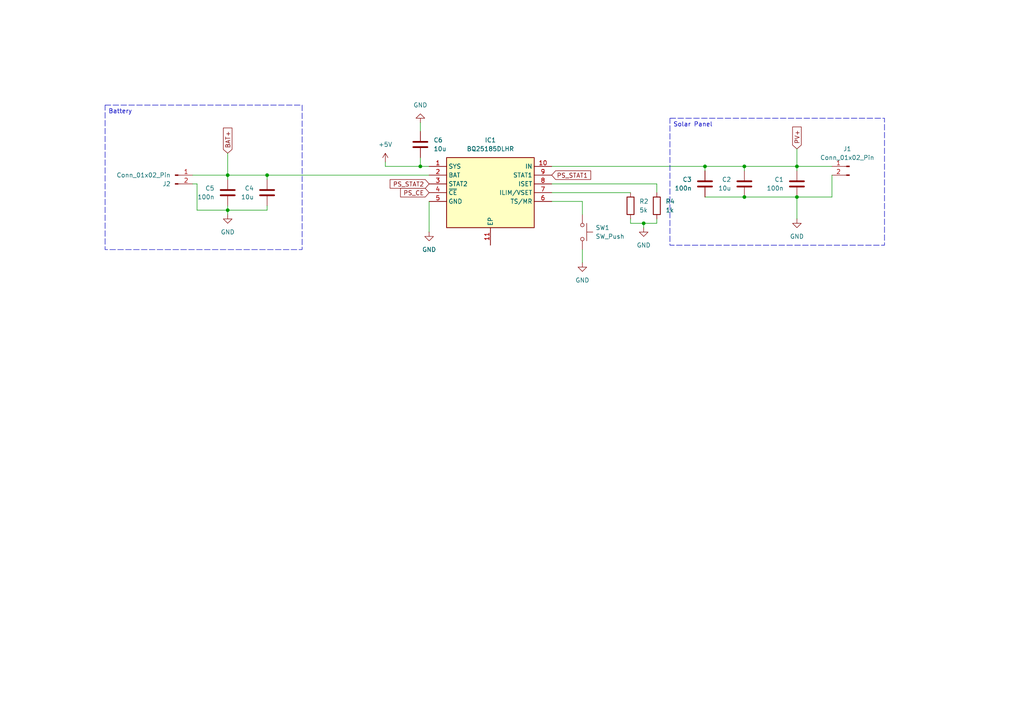
<source format=kicad_sch>
(kicad_sch (version 20231120) (generator "eeschema") (generator_version "8.0")
  (paper "A4")
  (lib_symbols
    (symbol "BQ25185DLHR:BQ25185DLHR"
      (property "Reference" "IC" (at 31.75 7.62 0))
      (property "Value" "BQ25185DLHR" (at 31.75 5.08 0))
      (symbol "BQ25185DLHR_1_1"
        (rectangle (start 5.08 2.54) (end 30.48 -17.78) (stroke (width 0.254)) (fill (type background)))
        (pin passive line (at 0 0 0) (length 5.08) (name "SYS") (number "1"))
        (pin passive line (at 35.56 0 180) (length 5.08) (name "IN") (number "10"))
        (pin passive line (at 17.78 -22.86 90) (length 5.08) (name "EP") (number "11"))
        (pin passive line (at 0 -2.54 0) (length 5.08) (name "BAT") (number "2"))
        (pin passive line (at 0 -5.08 0) (length 5.08) (name "STAT2") (number "3"))
        (pin passive line (at 0 -7.62 0) (length 5.08) (name "~{CE}") (number "4"))
        (pin passive line (at 0 -10.16 0) (length 5.08) (name "GND") (number "5"))
        (pin passive line (at 35.56 -10.16 180) (length 5.08) (name "TS/MR") (number "6"))
        (pin passive line (at 35.56 -7.62 180) (length 5.08) (name "ILIM/VSET") (number "7"))
        (pin passive line (at 35.56 -5.08 180) (length 5.08) (name "ISET") (number "8"))
        (pin passive line (at 35.56 -2.54 180) (length 5.08) (name "STAT1") (number "9"))
      )
    )
    (symbol "Connector:Conn_01x02_Pin" (pin_names (offset 1.016) hide)
      (property "Reference" "J" (at 0 2.54 0))
      (property "Value" "Conn_01x02_Pin" (at 0 -5.08 0))
      (symbol "Conn_01x02_Pin_1_1"
        (polyline (pts (xy 1.27 -2.54) (xy 0.8636 -2.54)) (stroke (width 0.1524)))
        (polyline (pts (xy 1.27 0) (xy 0.8636 0)) (stroke (width 0.1524)))
        (rectangle (start 0.8636 -2.413) (end 0 -2.667) (stroke (width 0.1524)) (fill (type outline)))
        (rectangle (start 0.8636 0.127) (end 0 -0.127) (stroke (width 0.1524)) (fill (type outline)))
        (pin passive line (at 5.08 0 180) (length 3.81) (name "Pin_1") (number "1"))
        (pin passive line (at 5.08 -2.54 180) (length 3.81) (name "Pin_2") (number "2"))
      )
    )
    (symbol "Device:C" (pin_numbers hide) (pin_names (offset 0.254))
      (property "Reference" "C" (at 0.635 2.54 0))
      (property "Value" "C" (at 0.635 -2.54 0))
      (symbol "C_0_1"
        (polyline (pts (xy -2.032 -0.762) (xy 2.032 -0.762)) (stroke (width 0.508)))
        (polyline (pts (xy -2.032 0.762) (xy 2.032 0.762)) (stroke (width 0.508)))
      )
      (symbol "C_1_1"
        (pin passive line (at 0 3.81 270) (length 2.794) (name "~") (number "1"))
        (pin passive line (at 0 -3.81 90) (length 2.794) (name "~") (number "2"))
      )
    )
    (symbol "Device:R" (pin_numbers hide) (pin_names (offset 0))
      (property "Reference" "R" (at 2.032 0 90))
      (property "Value" "R" (at 0 0 90))
      (symbol "R_0_1"
        (rectangle (start -1.016 -2.54) (end 1.016 2.54) (stroke (width 0.254)))
      )
      (symbol "R_1_1"
        (pin passive line (at 0 3.81 270) (length 1.27) (name "~") (number "1"))
        (pin passive line (at 0 -3.81 90) (length 1.27) (name "~") (number "2"))
      )
    )
    (symbol "Switch:SW_Push" (pin_numbers hide) (pin_names (offset 1.016) hide)
      (property "Reference" "SW" (at 1.27 2.54 0))
      (property "Value" "SW_Push" (at 0 -1.524 0))
      (symbol "SW_Push_0_1"
        (circle (center -2.032 0) (radius 0.508))
        (polyline (pts (xy 0 1.27) (xy 0 3.048)))
        (polyline (pts (xy 2.54 1.27) (xy -2.54 1.27)))
        (circle (center 2.032 0) (radius 0.508))
        (pin passive line (at -5.08 0 0) (length 2.54) (name "1") (number "1"))
        (pin passive line (at 5.08 0 180) (length 2.54) (name "2") (number "2"))
      )
    )
    (symbol "power:+5V" (power) (pin_numbers hide) (pin_names (offset 0) hide)
      (property "Value" "+5V" (at 0 3.556 0))
      (symbol "+5V_0_1"
        (polyline (pts (xy -0.762 1.27) (xy 0 2.54)))
        (polyline (pts (xy 0 0) (xy 0 2.54)))
        (polyline (pts (xy 0 2.54) (xy 0.762 1.27)))
      )
      (symbol "+5V_1_1"
        (pin power_in line (at 0 0 90) (length 0) (name "~") (number "1"))
      )
    )
    (symbol "power:GND" (power) (pin_numbers hide) (pin_names (offset 0) hide)
      (property "Value" "GND" (at 0 -3.81 0))
      (symbol "GND_0_1"
        (polyline (pts (xy 0 0) (xy 0 -1.27) (xy 1.27 -1.27) (xy 0 -2.54) (xy -1.27 -1.27) (xy 0 -1.27)))
      )
      (symbol "GND_1_1"
        (pin power_in line (at 0 0 270) (length 0) (name "~") (number "1"))
      )
    )
  )
  (junction (at 231.14 48.26))
  (junction (at 215.9 57.15))
  (junction (at 186.69 64.77))
  (junction (at 77.47 50.8))
  (junction (at 231.14 57.15))
  (junction (at 121.92 48.26))
  (junction (at 66.04 50.8))
  (junction (at 215.9 48.26))
  (junction (at 204.47 48.26))
  (junction (at 66.04 60.96))
  (wire (pts (xy 231.14 43.18) (xy 231.14 48.26)))
  (wire (pts (xy 168.91 58.42) (xy 160.02 58.42)))
  (wire (pts (xy 77.47 52.07) (xy 77.47 50.8)))
  (wire (pts (xy 160.02 53.34) (xy 190.5 53.34)))
  (wire (pts (xy 57.15 53.34) (xy 55.88 53.34)))
  (wire (pts (xy 182.88 63.5) (xy 182.88 64.77)))
  (wire (pts (xy 124.46 50.8) (xy 77.47 50.8)))
  (wire (pts (xy 190.5 53.34) (xy 190.5 55.88)))
  (wire (pts (xy 241.3 57.15) (xy 231.14 57.15)))
  (wire (pts (xy 66.04 52.07) (xy 66.04 50.8)))
  (wire (pts (xy 66.04 50.8) (xy 55.88 50.8)))
  (wire (pts (xy 160.02 55.88) (xy 182.88 55.88)))
  (wire (pts (xy 215.9 57.15) (xy 204.47 57.15)))
  (wire (pts (xy 182.88 64.77) (xy 186.69 64.77)))
  (wire (pts (xy 66.04 60.96) (xy 66.04 59.69)))
  (wire (pts (xy 160.02 48.26) (xy 204.47 48.26)))
  (wire (pts (xy 190.5 63.5) (xy 190.5 64.77)))
  (wire (pts (xy 66.04 44.45) (xy 66.04 50.8)))
  (wire (pts (xy 124.46 48.26) (xy 121.92 48.26)))
  (wire (pts (xy 241.3 48.26) (xy 231.14 48.26)))
  (wire (pts (xy 215.9 48.26) (xy 215.9 49.53)))
  (wire (pts (xy 186.69 64.77) (xy 186.69 66.04)))
  (wire (pts (xy 57.15 53.34) (xy 57.15 60.96)))
  (wire (pts (xy 111.76 48.26) (xy 111.76 46.99)))
  (wire (pts (xy 121.92 35.56) (xy 121.92 38.1)))
  (wire (pts (xy 231.14 57.15) (xy 231.14 63.5)))
  (wire (pts (xy 66.04 60.96) (xy 66.04 62.23)))
  (wire (pts (xy 231.14 57.15) (xy 215.9 57.15)))
  (wire (pts (xy 231.14 48.26) (xy 231.14 49.53)))
  (wire (pts (xy 77.47 50.8) (xy 66.04 50.8)))
  (wire (pts (xy 215.9 48.26) (xy 231.14 48.26)))
  (wire (pts (xy 121.92 45.72) (xy 121.92 48.26)))
  (wire (pts (xy 204.47 48.26) (xy 215.9 48.26)))
  (wire (pts (xy 168.91 62.23) (xy 168.91 58.42)))
  (wire (pts (xy 186.69 64.77) (xy 190.5 64.77)))
  (wire (pts (xy 124.46 58.42) (xy 124.46 67.31)))
  (wire (pts (xy 77.47 60.96) (xy 66.04 60.96)))
  (wire (pts (xy 77.47 60.96) (xy 77.47 59.69)))
  (wire (pts (xy 204.47 48.26) (xy 204.47 49.53)))
  (wire (pts (xy 66.04 60.96) (xy 57.15 60.96)))
  (wire (pts (xy 111.76 48.26) (xy 121.92 48.26)))
  (wire (pts (xy 168.91 72.39) (xy 168.91 76.2)))
  (wire (pts (xy 241.3 50.8) (xy 241.3 57.15)))
  (text_box "Solar Panel" (at 194.31 34.29 0) (size 62.23 36.83) (stroke (width 0) (type dash)) (effects (font (size 1.27 1.27)) (justify left top)))
  (text_box "Battery" (at 30.48 30.48 0) (size 57.15 41.91) (stroke (width 0) (type dash)) (effects (font (size 1.27 1.27)) (justify left top)))
  (global_label "PS_STAT1" (shape input) (at 160.02 50.8 0) (property "Intersheetrefs" "${INTERSHEET_REFS}" (effects (hide yes))))
  (global_label "PS_STAT2" (shape input) (at 124.46 53.34 180) (property "Intersheetrefs" "${INTERSHEET_REFS}" (effects (hide yes))))
  (global_label "PS_CE" (shape input) (at 124.46 55.88 180) (property "Intersheetrefs" "${INTERSHEET_REFS}" (effects (hide yes))))
  (global_label "BAT+" (shape input) (at 66.04 44.45 90) (property "Intersheetrefs" "${INTERSHEET_REFS}" (effects (hide yes))))
  (global_label "PV+" (shape input) (at 231.14 43.18 90) (property "Intersheetrefs" "${INTERSHEET_REFS}" (effects (hide yes))))
  (symbol (lib_id "Device:C") (at 66.04 55.88 0) (mirror y) (unit 1)
    (property "Reference" "C5" (at 62.23 54.6099 0) (effects (justify left)))
    (property "Value" "100n" (at 62.23 57.1499 0) (effects (justify left)))
    (property "Footprint" "Capacitor_SMD:C_0805_2012Metric" (effects (hide yes)))
    (property "Description" "Unpolarized capacitor" (effects (hide yes)))
  )
  (symbol (lib_id "Connector:Conn_01x02_Pin") (at 50.8 50.8 0) (unit 1)
    (property "Reference" "J2" (at 49.53 53.3401 0) (effects (justify right)))
    (property "Value" "Conn_01x02_Pin" (at 49.53 50.8001 0) (effects (justify right)))
    (property "Description" "Generic connector, single row, 01x02, script generated" (effects (hide yes)))
  )
  (symbol (lib_id "BQ25185DLHR:BQ25185DLHR") (at 124.46 48.26 0) (unit 1)
    (property "Reference" "IC1" (at 142.24 40.64 0))
    (property "Value" "BQ25185DLHR" (at 142.24 43.18 0))
    (property "Footprint" "lib:SON40P220X200X80-11N" (effects (hide yes)))
    (property "Datasheet" "https://www.ti.com/lit/ds/symlink/bq25185.pdf?ts=1706857561339&ref_url=https%253A%252F%252Fwww.ti.com%252Fproduct%252FBQ25185" (effects (hide yes)))
    (property "Description" "Battery Management NPI  1-CELL 1A STANDALONE LNR HRGR" (effects (hide yes)))
    (property "Height" "0.8" (effects (hide yes)))
    (property "Mouser Part Number" "595-BQ25185DLHR" (effects (hide yes)))
    (property "Mouser Price/Stock" "https://www.mouser.co.uk/ProductDetail/Texas-Instruments/BQ25185DLHR?qs=Z%252BL2brAPG1IbO%2FV3RqsaPw%3D%3D" (effects (hide yes)))
    (property "Manufacturer_Name" "Texas Instruments" (effects (hide yes)))
    (property "Manufacturer_Part_Number" "BQ25185DLHR" (effects (hide yes)))
  )
  (symbol (lib_id "power:GND") (at 186.69 66.04 0) (mirror y) (unit 1)
    (property "Reference" "#PWR012" (effects (hide yes)))
    (property "Value" "GND" (at 186.69 71.12 0))
    (property "Description" "Power symbol creates a global label with name \"GND\" , ground" (effects (hide yes)))
  )
  (symbol (lib_id "power:GND") (at 66.04 62.23 0) (mirror y) (unit 1)
    (property "Reference" "#PWR01" (effects (hide yes)))
    (property "Value" "GND" (at 66.04 67.31 0))
    (property "Description" "Power symbol creates a global label with name \"GND\" , ground" (effects (hide yes)))
  )
  (symbol (lib_id "Connector:Conn_01x02_Pin") (at 246.38 48.26 0) (mirror y) (unit 1)
    (property "Reference" "J1" (at 245.745 43.18 0))
    (property "Value" "Conn_01x02_Pin" (at 245.745 45.72 0))
    (property "Description" "Generic connector, single row, 01x02, script generated" (effects (hide yes)))
  )
  (symbol (lib_id "power:GND") (at 231.14 63.5 0) (mirror y) (unit 1)
    (property "Reference" "#PWR03" (effects (hide yes)))
    (property "Value" "GND" (at 231.14 68.58 0))
    (property "Description" "Power symbol creates a global label with name \"GND\" , ground" (effects (hide yes)))
  )
  (symbol (lib_id "Device:C") (at 215.9 53.34 0) (mirror y) (unit 1)
    (property "Reference" "C2" (at 212.09 52.0699 0) (effects (justify left)))
    (property "Value" "10u" (at 212.09 54.6099 0) (effects (justify left)))
    (property "Footprint" "Capacitor_SMD:C_0805_2012Metric" (effects (hide yes)))
    (property "Description" "Unpolarized capacitor" (effects (hide yes)))
  )
  (symbol (lib_id "Device:R") (at 190.5 59.69 0) (unit 1)
    (property "Reference" "R4" (at 193.04 58.4199 0) (effects (justify left)))
    (property "Value" "1k" (at 193.04 60.9599 0) (effects (justify left)))
    (property "Footprint" "Resistor_SMD:R_0805_2012Metric" (effects (hide yes)))
    (property "Description" "Resistor" (effects (hide yes)))
  )
  (symbol (lib_id "Device:R") (at 182.88 59.69 0) (unit 1)
    (property "Reference" "R2" (at 185.42 58.4199 0) (effects (justify left)))
    (property "Value" "5k" (at 185.42 60.9599 0) (effects (justify left)))
    (property "Footprint" "Resistor_SMD:R_0805_2012Metric" (effects (hide yes)))
    (property "Description" "Resistor" (effects (hide yes)))
  )
  (symbol (lib_id "Device:C") (at 231.14 53.34 0) (mirror y) (unit 1)
    (property "Reference" "C1" (at 227.33 52.0699 0) (effects (justify left)))
    (property "Value" "100n" (at 227.33 54.6099 0) (effects (justify left)))
    (property "Footprint" "Capacitor_SMD:C_0805_2012Metric" (effects (hide yes)))
    (property "Description" "Unpolarized capacitor" (effects (hide yes)))
  )
  (symbol (lib_id "Switch:SW_Push") (at 168.91 67.31 270) (unit 1)
    (property "Reference" "SW1" (at 172.72 66.0399 90) (effects (justify left)))
    (property "Value" "SW_Push" (at 172.72 68.5799 90) (effects (justify left)))
    (property "Footprint" "Button_Switch_SMD:SW_Push_1P1T_NO_CK_PTS125Sx43PSMTR" (effects (hide yes)))
    (property "Description" "Push button switch, generic, two pins" (effects (hide yes)))
  )
  (symbol (lib_id "power:+5V") (at 111.76 46.99 0) (unit 1)
    (property "Reference" "#PWR010" (effects (hide yes)))
    (property "Value" "+5V" (at 111.76 41.91 0))
    (property "Description" "Power symbol creates a global label with name \"+5V\"" (effects (hide yes)))
  )
  (symbol (lib_id "power:GND") (at 168.91 76.2 0) (mirror y) (unit 1)
    (property "Reference" "#PWR011" (effects (hide yes)))
    (property "Value" "GND" (at 168.91 81.28 0))
    (property "Description" "Power symbol creates a global label with name \"GND\" , ground" (effects (hide yes)))
  )
  (symbol (lib_id "Device:C") (at 77.47 55.88 0) (mirror y) (unit 1)
    (property "Reference" "C4" (at 73.66 54.6099 0) (effects (justify left)))
    (property "Value" "10u" (at 73.66 57.1499 0) (effects (justify left)))
    (property "Footprint" "Capacitor_SMD:C_0805_2012Metric" (effects (hide yes)))
    (property "Description" "Unpolarized capacitor" (effects (hide yes)))
  )
  (symbol (lib_id "power:GND") (at 124.46 67.31 0) (mirror y) (unit 1)
    (property "Reference" "#PWR05" (effects (hide yes)))
    (property "Value" "GND" (at 124.46 72.39 0))
    (property "Description" "Power symbol creates a global label with name \"GND\" , ground" (effects (hide yes)))
  )
  (symbol (lib_id "Device:C") (at 204.47 53.34 0) (mirror y) (unit 1)
    (property "Reference" "C3" (at 200.66 52.0699 0) (effects (justify left)))
    (property "Value" "100n" (at 200.66 54.6099 0) (effects (justify left)))
    (property "Footprint" "Capacitor_SMD:C_0805_2012Metric" (effects (hide yes)))
    (property "Description" "Unpolarized capacitor" (effects (hide yes)))
  )
  (symbol (lib_id "Device:C") (at 121.92 41.91 0) (unit 1)
    (property "Reference" "C6" (at 125.73 40.6399 0) (effects (justify left)))
    (property "Value" "10u" (at 125.73 43.1799 0) (effects (justify left)))
    (property "Footprint" "Capacitor_SMD:C_0805_2012Metric" (effects (hide yes)))
    (property "Description" "Unpolarized capacitor" (effects (hide yes)))
  )
  (symbol (lib_id "power:GND") (at 121.92 35.56 0) (mirror x) (unit 1)
    (property "Reference" "#PWR08" (effects (hide yes)))
    (property "Value" "GND" (at 121.92 30.48 0))
    (property "Description" "Power symbol creates a global label with name \"GND\" , ground" (effects (hide yes)))
  )
)
</source>
